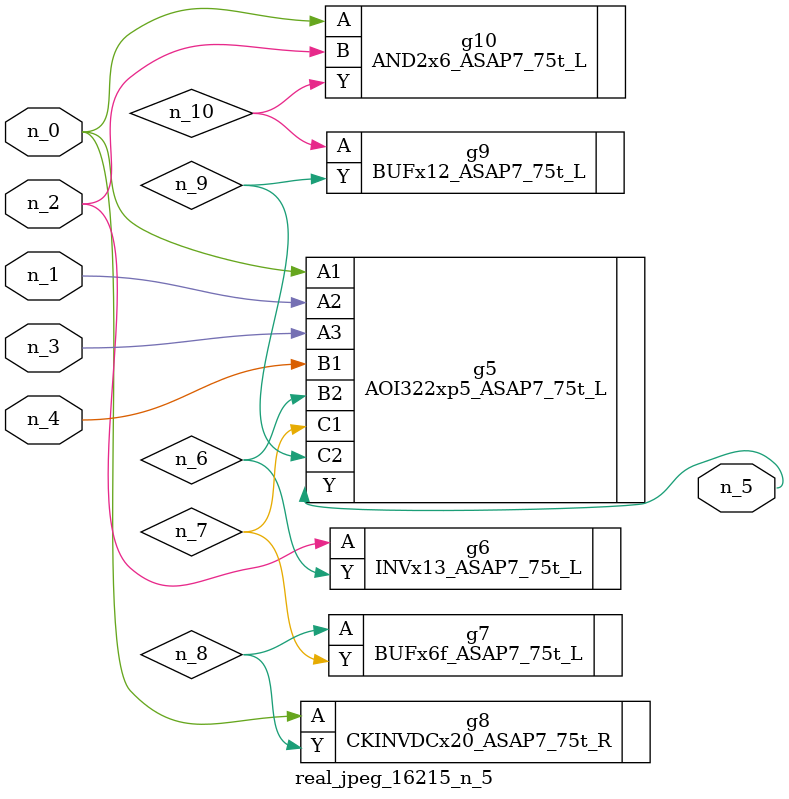
<source format=v>
module real_jpeg_16215_n_5 (n_4, n_0, n_1, n_2, n_3, n_5);

input n_4;
input n_0;
input n_1;
input n_2;
input n_3;

output n_5;

wire n_8;
wire n_6;
wire n_7;
wire n_10;
wire n_9;

AOI322xp5_ASAP7_75t_L g5 ( 
.A1(n_0),
.A2(n_1),
.A3(n_3),
.B1(n_4),
.B2(n_6),
.C1(n_7),
.C2(n_9),
.Y(n_5)
);

CKINVDCx20_ASAP7_75t_R g8 ( 
.A(n_0),
.Y(n_8)
);

AND2x6_ASAP7_75t_L g10 ( 
.A(n_0),
.B(n_2),
.Y(n_10)
);

INVx13_ASAP7_75t_L g6 ( 
.A(n_2),
.Y(n_6)
);

BUFx6f_ASAP7_75t_L g7 ( 
.A(n_8),
.Y(n_7)
);

BUFx12_ASAP7_75t_L g9 ( 
.A(n_10),
.Y(n_9)
);


endmodule
</source>
